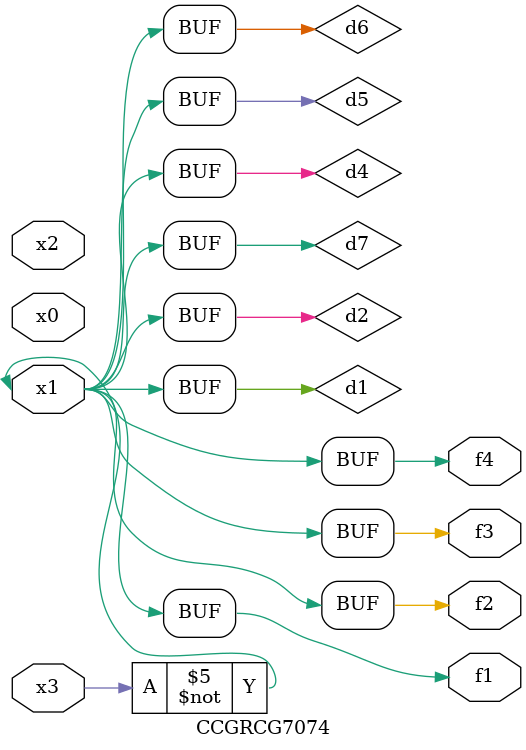
<source format=v>
module CCGRCG7074(
	input x0, x1, x2, x3,
	output f1, f2, f3, f4
);

	wire d1, d2, d3, d4, d5, d6, d7;

	not (d1, x3);
	buf (d2, x1);
	xnor (d3, d1, d2);
	nor (d4, d1);
	buf (d5, d1, d2);
	buf (d6, d4, d5);
	nand (d7, d4);
	assign f1 = d6;
	assign f2 = d7;
	assign f3 = d6;
	assign f4 = d6;
endmodule

</source>
